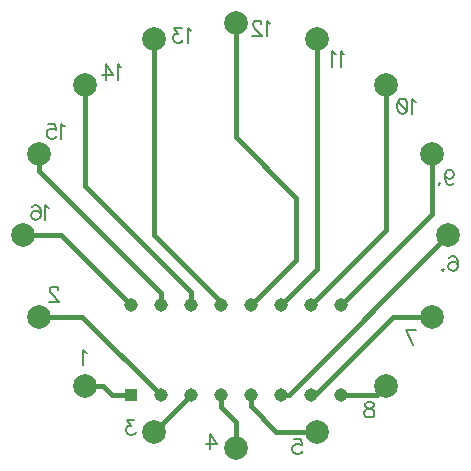
<source format=gbr>
G04 DipTrace 4.2.0.1*
G04 2 - Bottom.gbr*
%MOMM*%
G04 #@! TF.FileFunction,Copper,L2,Bot*
G04 #@! TF.Part,Single*
G04 #@! TA.AperFunction,Conductor*
%ADD14C,0.4*%
G04 #@! TA.AperFunction,ComponentPad*
%ADD16C,2.0*%
%ADD17R,1.14X1.14*%
%ADD18C,1.14*%
%ADD29C,0.19608*%
%FSLAX35Y35*%
G04*
G71*
G90*
G75*
G01*
G04 Bottom*
%LPD*%
X1200000Y3000000D2*
D14*
X1522000D1*
X2111000Y2411000D1*
X1337000Y3688900D2*
Y3541000D1*
X2365000Y2513000D1*
Y2411000D1*
X1727200Y4272700D2*
Y3414800D1*
X2619000Y2523000D1*
Y2411000D1*
X2311100Y4662900D2*
Y2998900D1*
X2873000Y2437000D1*
Y2411000D1*
X3000000Y4800000D2*
Y3830000D1*
X3510000Y3320000D1*
Y2790000D1*
X3131000Y2411000D1*
X3127000D1*
X3688800Y4662900D2*
Y2718800D1*
X3381000Y2411000D1*
X4272700Y4272800D2*
Y3048700D1*
X3635000Y2411000D1*
X4663000Y3688900D2*
Y3185000D1*
X3889000Y2411000D1*
Y1649000D2*
X4194600D1*
X4272800Y1727200D1*
X3635000Y1649000D2*
X3669000D1*
X4331200Y2311200D1*
X4663000D1*
X3381000Y1649000D2*
X3449000D1*
X4800000Y3000000D1*
X3688800Y1337000D2*
X3343000D1*
X3127000Y1553000D1*
Y1649000D1*
X3000000Y1200000D2*
Y1416000D1*
X2873000Y1543000D1*
Y1649000D1*
X2311200Y1337000D2*
X2619000Y1644800D1*
Y1649000D1*
X1727200Y1727200D2*
X1872800D1*
X1951000Y1649000D1*
X2111000D1*
X2365000D2*
X1702800Y2311200D1*
X1337000D1*
D16*
X1200000Y3000000D3*
X1337000Y3688900D3*
X1727200Y4272700D3*
X2311100Y4662900D3*
X3000000Y4800000D3*
X3688800Y4662900D3*
X1337000Y2311200D3*
X1727200Y1727200D3*
X3000000Y1200000D3*
X3688800Y1337000D3*
X4272800Y1727200D3*
X4663000Y2311200D3*
X4800000Y3000000D3*
X4663000Y3688900D3*
X4272700Y4272800D3*
X2311200Y1337000D3*
D17*
X2111000Y1649000D3*
D18*
X2365000D3*
X2619000D3*
X2873000D3*
X3127000D3*
X3381000D3*
X3635000D3*
X3889000D3*
Y2411000D3*
X3635000D3*
X3381000D3*
X3127000D3*
X2873000D3*
X2619000D3*
X2365000D3*
X2111000D3*
X1740267Y2002498D2*
D29*
X1728054Y2008675D1*
X1709804Y2026785D1*
Y1899315D1*
X1498700Y2536461D2*
Y2542498D1*
X1492664Y2554711D1*
X1486627Y2560748D1*
X1474414Y2566785D1*
X1450127D1*
X1438054Y2560748D1*
X1432017Y2554711D1*
X1425840Y2542498D1*
Y2530425D1*
X1432017Y2518211D1*
X1444090Y2500102D1*
X1504877Y2439315D1*
X1419804D1*
X1418379Y3232498D2*
X1406166Y3238675D1*
X1387916Y3256785D1*
Y3129315D1*
X1275840Y3238675D2*
X1281877Y3250748D1*
X1300127Y3256785D1*
X1312200D1*
X1330450Y3250748D1*
X1342664Y3232498D1*
X1348700Y3202175D1*
Y3171852D1*
X1342664Y3147565D1*
X1330450Y3135352D1*
X1312200Y3129315D1*
X1306164D1*
X1288054Y3135352D1*
X1275840Y3147565D1*
X1269804Y3165815D1*
Y3171852D1*
X1275840Y3190102D1*
X1288054Y3202175D1*
X1306164Y3208211D1*
X1312200D1*
X1330450Y3202175D1*
X1342664Y3190102D1*
X1348700Y3171852D1*
X1554556Y3922498D2*
X1542343Y3928675D1*
X1524093Y3946785D1*
Y3819315D1*
X1412017Y3946785D2*
X1472664D1*
X1478700Y3892175D1*
X1472664Y3898211D1*
X1454414Y3904388D1*
X1436304D1*
X1418054Y3898211D1*
X1405840Y3886138D1*
X1399804Y3867888D1*
Y3855815D1*
X1405840Y3837565D1*
X1418054Y3825352D1*
X1436304Y3819315D1*
X1454414D1*
X1472664Y3825352D1*
X1478700Y3831529D1*
X1484877Y3843602D1*
X2030593Y4422498D2*
X2018379Y4428675D1*
X2000129Y4446785D1*
Y4319315D1*
X1900127D2*
Y4446785D1*
X1960914Y4361852D1*
X1869804D1*
X2624556Y4732498D2*
X2612343Y4738675D1*
X2594093Y4756785D1*
Y4629315D1*
X2542664Y4756785D2*
X2475981D1*
X2512340Y4708211D1*
X2494090D1*
X2482017Y4702175D1*
X2475981Y4696138D1*
X2469804Y4677888D1*
Y4665815D1*
X2475981Y4647565D1*
X2488054Y4635352D1*
X2506304Y4629315D1*
X2524554D1*
X2542664Y4635352D1*
X2548700Y4641529D1*
X2554877Y4653602D1*
X3294556Y4792498D2*
X3282343Y4798675D1*
X3264093Y4816785D1*
Y4689315D1*
X3218700Y4786461D2*
Y4792498D1*
X3212664Y4804711D1*
X3206627Y4810748D1*
X3194414Y4816785D1*
X3170127D1*
X3158054Y4810748D1*
X3152017Y4804711D1*
X3145840Y4792498D1*
Y4780425D1*
X3152017Y4768211D1*
X3164090Y4750102D1*
X3224877Y4689315D1*
X3139804D1*
X3919947Y4532498D2*
X3907733Y4538675D1*
X3889483Y4556785D1*
Y4429315D1*
X3850267Y4532498D2*
X3838054Y4538675D1*
X3819804Y4556785D1*
Y4429315D1*
X4524556Y4132498D2*
X4512343Y4138675D1*
X4494093Y4156785D1*
Y4029315D1*
X4418377Y4156785D2*
X4436627Y4150748D1*
X4448840Y4132498D1*
X4454877Y4102175D1*
Y4083925D1*
X4448840Y4053602D1*
X4436627Y4035352D1*
X4418377Y4029315D1*
X4406304D1*
X4388054Y4035352D1*
X4375981Y4053602D1*
X4369804Y4083925D1*
Y4102175D1*
X4375981Y4132498D1*
X4388054Y4150748D1*
X4406304Y4156785D1*
X4418377D1*
X4375981Y4132498D2*
X4448840Y4053602D1*
X4771233Y3514388D2*
X4777410Y3496138D1*
X4789483Y3483925D1*
X4807733Y3477888D1*
X4813770D1*
X4832020Y3483925D1*
X4844093Y3496138D1*
X4850270Y3514388D1*
Y3520425D1*
X4844093Y3538675D1*
X4832020Y3550748D1*
X4813770Y3556785D1*
X4807733D1*
X4789483Y3550748D1*
X4777410Y3538675D1*
X4771233Y3514388D1*
Y3483925D1*
X4777410Y3453602D1*
X4789483Y3435352D1*
X4807733Y3429315D1*
X4819806D1*
X4838056Y3435352D1*
X4844093Y3447565D1*
X4725981Y3441529D2*
X4732017Y3435352D1*
X4725981Y3429315D1*
X4719804Y3435352D1*
X4725981Y3441529D1*
X4807270Y2808675D2*
X4813306Y2820748D1*
X4831556Y2826785D1*
X4843629D1*
X4861879Y2820748D1*
X4874093Y2802498D1*
X4880129Y2772175D1*
Y2741852D1*
X4874093Y2717565D1*
X4861879Y2705352D1*
X4843629Y2699315D1*
X4837593D1*
X4819483Y2705352D1*
X4807270Y2717565D1*
X4801233Y2735815D1*
Y2741852D1*
X4807270Y2760102D1*
X4819483Y2772175D1*
X4837593Y2778211D1*
X4843629D1*
X4861879Y2772175D1*
X4874093Y2760102D1*
X4880129Y2741852D1*
X4755981Y2711529D2*
X4762017Y2705352D1*
X4755981Y2699315D1*
X4749804Y2705352D1*
X4755981Y2711529D1*
X4500590Y2069315D2*
X4439804Y2196785D1*
X4524877D1*
X4144414Y1586785D2*
X4162523Y1580748D1*
X4168700Y1568675D1*
Y1556461D1*
X4162523Y1544388D1*
X4150450Y1538211D1*
X4126164Y1532175D1*
X4107914Y1526138D1*
X4095840Y1513925D1*
X4089804Y1501852D1*
Y1483602D1*
X4095840Y1471529D1*
X4101877Y1465352D1*
X4120127Y1459315D1*
X4144414D1*
X4162523Y1465352D1*
X4168700Y1471529D1*
X4174737Y1483602D1*
Y1501852D1*
X4168700Y1513925D1*
X4156487Y1526138D1*
X4138377Y1532175D1*
X4114090Y1538211D1*
X4101877Y1544388D1*
X4095840Y1556461D1*
Y1568675D1*
X4101877Y1580748D1*
X4120127Y1586785D1*
X4144414D1*
X3492017Y1276785D2*
X3552664D1*
X3558700Y1222175D1*
X3552664Y1228211D1*
X3534414Y1234388D1*
X3516304D1*
X3498054Y1228211D1*
X3485840Y1216138D1*
X3479804Y1197888D1*
Y1185815D1*
X3485840Y1167565D1*
X3498054Y1155352D1*
X3516304Y1149315D1*
X3534414D1*
X3552664Y1155352D1*
X3558700Y1161529D1*
X3564877Y1173602D1*
X2780127Y1189315D2*
Y1316785D1*
X2840914Y1231852D1*
X2749804D1*
X2142664Y1436785D2*
X2075981D1*
X2112340Y1388211D1*
X2094090D1*
X2082017Y1382175D1*
X2075981Y1376138D1*
X2069804Y1357888D1*
Y1345815D1*
X2075981Y1327565D1*
X2088054Y1315352D1*
X2106304Y1309315D1*
X2124554D1*
X2142664Y1315352D1*
X2148700Y1321529D1*
X2154877Y1333602D1*
M02*

</source>
